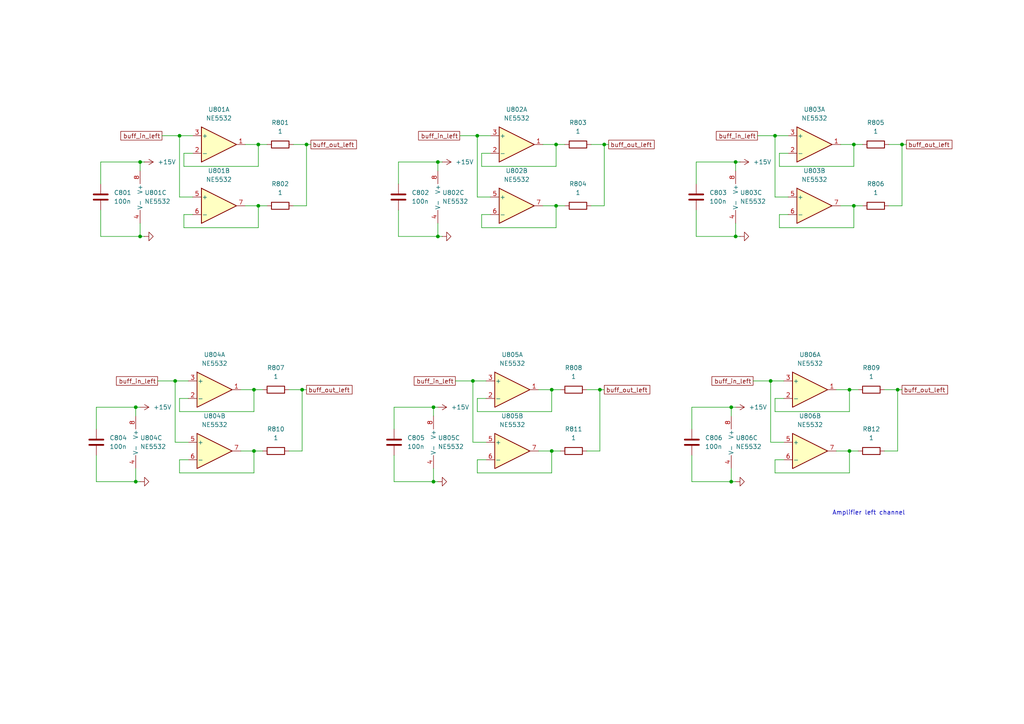
<source format=kicad_sch>
(kicad_sch (version 20250114) (generator "eeschema") (generator_version "9.0")
  (paper "A4")
  (title_block (title "Amplifier channel") (date "2025-08-16") (rev "0.1") (company "Carclox"))
  (lib_symbols
    (symbol "Amplifier_Operational:NE5532" (pin_names (offset 0.127))
      (property "Reference" "U" (at 0 5.08 0))
      (property "Value" "NE5532" (at 0 -5.08 0))
      (symbol "NE5532_1_1"
        (polyline (pts (xy -5.08 5.08) (xy 5.08 0) (xy -5.08 -5.08) (xy -5.08 5.08)) (stroke (width 0.254)) (fill (type background)))
        (pin input line (at -7.62 2.54 0) (length 2.54) (name "+") (number "3"))
        (pin input line (at -7.62 -2.54 0) (length 2.54) (name "-") (number "2"))
        (pin output line (at 7.62 0 180) (length 2.54) (name "~") (number "1"))
      )
      (symbol "NE5532_2_1"
        (polyline (pts (xy -5.08 5.08) (xy 5.08 0) (xy -5.08 -5.08) (xy -5.08 5.08)) (stroke (width 0.254)) (fill (type background)))
        (pin input line (at -7.62 2.54 0) (length 2.54) (name "+") (number "5"))
        (pin input line (at -7.62 -2.54 0) (length 2.54) (name "-") (number "6"))
        (pin output line (at 7.62 0 180) (length 2.54) (name "~") (number "7"))
      )
      (symbol "NE5532_3_1"
        (pin power_in line (at -2.54 7.62 270) (length 3.81) (name "V+") (number "8"))
        (pin power_in line (at -2.54 -7.62 90) (length 3.81) (name "V-") (number "4"))
      )
    )
    (symbol "Device:C" (pin_numbers (hide yes)) (pin_names (offset 0.254))
      (property "Reference" "C" (at 0.635 2.54 0))
      (property "Value" "C" (at 0.635 -2.54 0))
      (symbol "C_0_1"
        (polyline (pts (xy -2.032 0.762) (xy 2.032 0.762)) (stroke (width 0.508)))
        (polyline (pts (xy -2.032 -0.762) (xy 2.032 -0.762)) (stroke (width 0.508)))
      )
      (symbol "C_1_1"
        (pin passive line (at 0 3.81 270) (length 2.794) (name "~") (number "1"))
        (pin passive line (at 0 -3.81 90) (length 2.794) (name "~") (number "2"))
      )
    )
    (symbol "Device:R" (pin_numbers (hide yes)) (pin_names (offset 0))
      (property "Reference" "R" (at 2.032 0 90))
      (property "Value" "R" (at 0 0 90))
      (symbol "R_0_1"
        (rectangle (start -1.016 -2.54) (end 1.016 2.54) (stroke (width 0.254)))
      )
      (symbol "R_1_1"
        (pin passive line (at 0 3.81 270) (length 1.27) (name "~") (number "1"))
        (pin passive line (at 0 -3.81 90) (length 1.27) (name "~") (number "2"))
      )
    )
    (symbol "power:+15V" (power) (pin_numbers (hide yes)) (pin_names (offset 0) (hide yes))
      (property "Value" "+15V" (at 0 3.556 0))
      (symbol "+15V_0_1"
        (polyline (pts (xy -0.762 1.27) (xy 0 2.54)))
        (polyline (pts (xy 0 2.54) (xy 0.762 1.27)))
        (polyline (pts (xy 0 0) (xy 0 2.54)))
      )
      (symbol "+15V_1_1"
        (pin power_in line (at 0 0 90) (length 0) (name "~") (number "1"))
      )
    )
    (symbol "power:GND" (power) (pin_numbers (hide yes)) (pin_names (offset 0) (hide yes))
      (property "Value" "GND" (at 0 -3.81 0))
      (symbol "GND_0_1"
        (polyline (pts (xy 0 0) (xy 0 -1.27) (xy 1.27 -1.27) (xy 0 -2.54) (xy -1.27 -1.27) (xy 0 -1.27)))
      )
      (symbol "GND_1_1"
        (pin power_in line (at 0 0 270) (length 0) (name "~") (number "1"))
      )
    )
  )
  (text "Amplifier left channel" (at 251.968 148.844 0) (effects (font (size 1.27 1.27))))
  (junction (at 175.26 41.91))
  (junction (at 138.43 39.37))
  (junction (at 50.8 110.49))
  (junction (at 74.93 41.91))
  (junction (at 40.64 68.58))
  (junction (at 88.9 41.91))
  (junction (at 125.73 118.11))
  (junction (at 73.66 130.81))
  (junction (at 39.37 118.11))
  (junction (at 125.73 139.7))
  (junction (at 173.99 113.03))
  (junction (at 161.29 41.91))
  (junction (at 260.35 113.03))
  (junction (at 261.62 41.91))
  (junction (at 40.64 46.99))
  (junction (at 212.09 118.11))
  (junction (at 213.36 68.58))
  (junction (at 246.38 113.03))
  (junction (at 224.79 39.37))
  (junction (at 212.09 139.7))
  (junction (at 223.52 110.49))
  (junction (at 160.02 130.81))
  (junction (at 213.36 46.99))
  (junction (at 73.66 113.03))
  (junction (at 127 68.58))
  (junction (at 161.29 59.69))
  (junction (at 137.16 110.49))
  (junction (at 247.65 41.91))
  (junction (at 246.38 130.81))
  (junction (at 247.65 59.69))
  (junction (at 87.63 113.03))
  (junction (at 39.37 139.7))
  (junction (at 127 46.99))
  (junction (at 160.02 113.03))
  (junction (at 74.93 59.69))
  (junction (at 52.07 39.37))
  (wire (pts (xy 74.93 59.69) (xy 74.93 66.04)))
  (wire (pts (xy 53.34 44.45) (xy 53.34 48.26)))
  (wire (pts (xy 224.79 57.15) (xy 224.79 39.37)))
  (wire (pts (xy 175.26 59.69) (xy 175.26 41.91)))
  (wire (pts (xy 54.61 133.35) (xy 52.07 133.35)))
  (wire (pts (xy 125.73 135.89) (xy 125.73 139.7)))
  (wire (pts (xy 138.43 57.15) (xy 138.43 39.37)))
  (wire (pts (xy 50.8 110.49) (xy 54.61 110.49)))
  (wire (pts (xy 73.66 130.81) (xy 73.66 137.16)))
  (wire (pts (xy 40.64 49.53) (xy 40.64 46.99)))
  (wire (pts (xy 243.84 41.91) (xy 247.65 41.91)))
  (wire (pts (xy 52.07 137.16) (xy 73.66 137.16)))
  (wire (pts (xy 201.93 46.99) (xy 201.93 53.34)))
  (wire (pts (xy 83.82 130.81) (xy 87.63 130.81)))
  (wire (pts (xy 74.93 41.91) (xy 77.47 41.91)))
  (wire (pts (xy 212.09 139.7) (xy 200.66 139.7)))
  (wire (pts (xy 53.34 62.23) (xy 53.34 66.04)))
  (wire (pts (xy 173.99 130.81) (xy 173.99 113.03)))
  (wire (pts (xy 260.35 113.03) (xy 256.54 113.03)))
  (wire (pts (xy 55.88 62.23) (xy 53.34 62.23)))
  (wire (pts (xy 226.06 44.45) (xy 226.06 48.26)))
  (wire (pts (xy 125.73 120.65) (xy 125.73 118.11)))
  (wire (pts (xy 139.7 62.23) (xy 139.7 66.04)))
  (wire (pts (xy 156.21 130.81) (xy 160.02 130.81)))
  (wire (pts (xy 228.6 44.45) (xy 226.06 44.45)))
  (wire (pts (xy 138.43 39.37) (xy 142.24 39.37)))
  (wire (pts (xy 173.99 113.03) (xy 170.18 113.03)))
  (wire (pts (xy 40.64 68.58) (xy 41.91 68.58)))
  (wire (pts (xy 88.9 59.69) (xy 88.9 41.91)))
  (wire (pts (xy 227.33 133.35) (xy 224.79 133.35)))
  (wire (pts (xy 171.45 59.69) (xy 175.26 59.69)))
  (wire (pts (xy 139.7 48.26) (xy 161.29 48.26)))
  (wire (pts (xy 246.38 130.81) (xy 246.38 137.16)))
  (wire (pts (xy 200.66 139.7) (xy 200.66 132.08)))
  (wire (pts (xy 223.52 110.49) (xy 227.33 110.49)))
  (wire (pts (xy 69.85 113.03) (xy 73.66 113.03)))
  (wire (pts (xy 170.18 130.81) (xy 173.99 130.81)))
  (wire (pts (xy 39.37 120.65) (xy 39.37 118.11)))
  (wire (pts (xy 247.65 41.91) (xy 250.19 41.91)))
  (wire (pts (xy 137.16 110.49) (xy 140.97 110.49)))
  (wire (pts (xy 261.62 59.69) (xy 261.62 41.91)))
  (wire (pts (xy 29.21 68.58) (xy 29.21 60.96)))
  (wire (pts (xy 226.06 48.26) (xy 247.65 48.26)))
  (wire (pts (xy 246.38 113.03) (xy 248.92 113.03)))
  (wire (pts (xy 115.57 46.99) (xy 115.57 53.34)))
  (wire (pts (xy 50.8 128.27) (xy 50.8 110.49)))
  (wire (pts (xy 73.66 113.03) (xy 76.2 113.03)))
  (wire (pts (xy 40.64 46.99) (xy 41.91 46.99)))
  (wire (pts (xy 52.07 39.37) (xy 55.88 39.37)))
  (wire (pts (xy 226.06 66.04) (xy 247.65 66.04)))
  (wire (pts (xy 247.65 59.69) (xy 247.65 66.04)))
  (wire (pts (xy 260.35 130.81) (xy 260.35 113.03)))
  (wire (pts (xy 212.09 139.7) (xy 213.36 139.7)))
  (wire (pts (xy 40.64 64.77) (xy 40.64 68.58)))
  (wire (pts (xy 200.66 118.11) (xy 200.66 124.46)))
  (wire (pts (xy 224.79 119.38) (xy 246.38 119.38)))
  (wire (pts (xy 127 46.99) (xy 128.27 46.99)))
  (wire (pts (xy 247.65 41.91) (xy 247.65 48.26)))
  (wire (pts (xy 133.35 39.37) (xy 138.43 39.37)))
  (wire (pts (xy 161.29 59.69) (xy 163.83 59.69)))
  (wire (pts (xy 29.21 46.99) (xy 29.21 53.34)))
  (wire (pts (xy 213.36 46.99) (xy 214.63 46.99)))
  (wire (pts (xy 39.37 139.7) (xy 27.94 139.7)))
  (wire (pts (xy 138.43 115.57) (xy 138.43 119.38)))
  (wire (pts (xy 142.24 62.23) (xy 139.7 62.23)))
  (wire (pts (xy 53.34 48.26) (xy 74.93 48.26)))
  (wire (pts (xy 115.57 68.58) (xy 115.57 60.96)))
  (wire (pts (xy 161.29 41.91) (xy 161.29 48.26)))
  (wire (pts (xy 246.38 130.81) (xy 248.92 130.81)))
  (wire (pts (xy 257.81 59.69) (xy 261.62 59.69)))
  (wire (pts (xy 138.43 119.38) (xy 160.02 119.38)))
  (wire (pts (xy 71.12 41.91) (xy 74.93 41.91)))
  (wire (pts (xy 139.7 66.04) (xy 161.29 66.04)))
  (wire (pts (xy 157.48 41.91) (xy 161.29 41.91)))
  (wire (pts (xy 161.29 41.91) (xy 163.83 41.91)))
  (wire (pts (xy 212.09 120.65) (xy 212.09 118.11)))
  (wire (pts (xy 212.09 118.11) (xy 200.66 118.11)))
  (wire (pts (xy 256.54 130.81) (xy 260.35 130.81)))
  (wire (pts (xy 213.36 64.77) (xy 213.36 68.58)))
  (wire (pts (xy 218.44 110.49) (xy 223.52 110.49)))
  (wire (pts (xy 160.02 113.03) (xy 162.56 113.03)))
  (wire (pts (xy 212.09 118.11) (xy 213.36 118.11)))
  (wire (pts (xy 247.65 59.69) (xy 250.19 59.69)))
  (wire (pts (xy 243.84 59.69) (xy 247.65 59.69)))
  (wire (pts (xy 39.37 135.89) (xy 39.37 139.7)))
  (wire (pts (xy 85.09 59.69) (xy 88.9 59.69)))
  (wire (pts (xy 228.6 57.15) (xy 224.79 57.15)))
  (wire (pts (xy 223.52 128.27) (xy 223.52 110.49)))
  (wire (pts (xy 156.21 113.03) (xy 160.02 113.03)))
  (wire (pts (xy 52.07 133.35) (xy 52.07 137.16)))
  (wire (pts (xy 71.12 59.69) (xy 74.93 59.69)))
  (wire (pts (xy 127 68.58) (xy 128.27 68.58)))
  (wire (pts (xy 114.3 139.7) (xy 114.3 132.08)))
  (wire (pts (xy 45.72 110.49) (xy 50.8 110.49)))
  (wire (pts (xy 213.36 68.58) (xy 214.63 68.58)))
  (wire (pts (xy 53.34 66.04) (xy 74.93 66.04)))
  (wire (pts (xy 161.29 59.69) (xy 161.29 66.04)))
  (wire (pts (xy 160.02 130.81) (xy 160.02 137.16)))
  (wire (pts (xy 138.43 133.35) (xy 138.43 137.16)))
  (wire (pts (xy 88.9 41.91) (xy 90.17 41.91)))
  (wire (pts (xy 140.97 133.35) (xy 138.43 133.35)))
  (wire (pts (xy 140.97 128.27) (xy 137.16 128.27)))
  (wire (pts (xy 55.88 57.15) (xy 52.07 57.15)))
  (wire (pts (xy 52.07 57.15) (xy 52.07 39.37)))
  (wire (pts (xy 175.26 41.91) (xy 176.53 41.91)))
  (wire (pts (xy 74.93 41.91) (xy 74.93 48.26)))
  (wire (pts (xy 224.79 133.35) (xy 224.79 137.16)))
  (wire (pts (xy 54.61 128.27) (xy 50.8 128.27)))
  (wire (pts (xy 242.57 130.81) (xy 246.38 130.81)))
  (wire (pts (xy 142.24 57.15) (xy 138.43 57.15)))
  (wire (pts (xy 127 49.53) (xy 127 46.99)))
  (wire (pts (xy 73.66 130.81) (xy 76.2 130.81)))
  (wire (pts (xy 125.73 118.11) (xy 114.3 118.11)))
  (wire (pts (xy 160.02 130.81) (xy 162.56 130.81)))
  (wire (pts (xy 54.61 115.57) (xy 52.07 115.57)))
  (wire (pts (xy 242.57 113.03) (xy 246.38 113.03)))
  (wire (pts (xy 224.79 137.16) (xy 246.38 137.16)))
  (wire (pts (xy 224.79 115.57) (xy 224.79 119.38)))
  (wire (pts (xy 125.73 139.7) (xy 114.3 139.7)))
  (wire (pts (xy 114.3 118.11) (xy 114.3 124.46)))
  (wire (pts (xy 27.94 118.11) (xy 27.94 124.46)))
  (wire (pts (xy 140.97 115.57) (xy 138.43 115.57)))
  (wire (pts (xy 125.73 139.7) (xy 127 139.7)))
  (wire (pts (xy 261.62 41.91) (xy 257.81 41.91)))
  (wire (pts (xy 142.24 44.45) (xy 139.7 44.45)))
  (wire (pts (xy 87.63 113.03) (xy 88.9 113.03)))
  (wire (pts (xy 87.63 113.03) (xy 83.82 113.03)))
  (wire (pts (xy 260.35 113.03) (xy 261.62 113.03)))
  (wire (pts (xy 261.62 41.91) (xy 262.89 41.91)))
  (wire (pts (xy 226.06 62.23) (xy 226.06 66.04)))
  (wire (pts (xy 224.79 39.37) (xy 228.6 39.37)))
  (wire (pts (xy 52.07 115.57) (xy 52.07 119.38)))
  (wire (pts (xy 46.99 39.37) (xy 52.07 39.37)))
  (wire (pts (xy 213.36 46.99) (xy 201.93 46.99)))
  (wire (pts (xy 39.37 139.7) (xy 40.64 139.7)))
  (wire (pts (xy 213.36 49.53) (xy 213.36 46.99)))
  (wire (pts (xy 213.36 68.58) (xy 201.93 68.58)))
  (wire (pts (xy 55.88 44.45) (xy 53.34 44.45)))
  (wire (pts (xy 69.85 130.81) (xy 73.66 130.81)))
  (wire (pts (xy 40.64 68.58) (xy 29.21 68.58)))
  (wire (pts (xy 127 68.58) (xy 115.57 68.58)))
  (wire (pts (xy 39.37 118.11) (xy 40.64 118.11)))
  (wire (pts (xy 173.99 113.03) (xy 175.26 113.03)))
  (wire (pts (xy 39.37 118.11) (xy 27.94 118.11)))
  (wire (pts (xy 127 46.99) (xy 115.57 46.99)))
  (wire (pts (xy 246.38 113.03) (xy 246.38 119.38)))
  (wire (pts (xy 132.08 110.49) (xy 137.16 110.49)))
  (wire (pts (xy 160.02 113.03) (xy 160.02 119.38)))
  (wire (pts (xy 137.16 128.27) (xy 137.16 110.49)))
  (wire (pts (xy 125.73 118.11) (xy 127 118.11)))
  (wire (pts (xy 138.43 137.16) (xy 160.02 137.16)))
  (wire (pts (xy 175.26 41.91) (xy 171.45 41.91)))
  (wire (pts (xy 87.63 130.81) (xy 87.63 113.03)))
  (wire (pts (xy 228.6 62.23) (xy 226.06 62.23)))
  (wire (pts (xy 74.93 59.69) (xy 77.47 59.69)))
  (wire (pts (xy 27.94 139.7) (xy 27.94 132.08)))
  (wire (pts (xy 201.93 68.58) (xy 201.93 60.96)))
  (wire (pts (xy 52.07 119.38) (xy 73.66 119.38)))
  (wire (pts (xy 127 64.77) (xy 127 68.58)))
  (wire (pts (xy 88.9 41.91) (xy 85.09 41.91)))
  (wire (pts (xy 227.33 128.27) (xy 223.52 128.27)))
  (wire (pts (xy 212.09 135.89) (xy 212.09 139.7)))
  (wire (pts (xy 73.66 113.03) (xy 73.66 119.38)))
  (wire (pts (xy 139.7 44.45) (xy 139.7 48.26)))
  (wire (pts (xy 227.33 115.57) (xy 224.79 115.57)))
  (wire (pts (xy 219.71 39.37) (xy 224.79 39.37)))
  (wire (pts (xy 40.64 46.99) (xy 29.21 46.99)))
  (wire (pts (xy 157.48 59.69) (xy 161.29 59.69)))
  (global_label "buff_in_left" (shape passive) (at 219.71 39.37 180) (property "Intersheetrefs" "${INTERSHEET_REFS}" (effects (hide yes))))
  (global_label "buff_out_left" (shape passive) (at 261.62 113.03 0) (property "Intersheetrefs" "${INTERSHEET_REFS}" (effects (hide yes))))
  (global_label "buff_out_left" (shape passive) (at 175.26 113.03 0) (property "Intersheetrefs" "${INTERSHEET_REFS}" (effects (hide yes))))
  (global_label "buff_out_left" (shape passive) (at 262.89 41.91 0) (property "Intersheetrefs" "${INTERSHEET_REFS}" (effects (hide yes))))
  (global_label "buff_in_left" (shape passive) (at 133.35 39.37 180) (property "Intersheetrefs" "${INTERSHEET_REFS}" (effects (hide yes))))
  (global_label "buff_in_left" (shape passive) (at 46.99 39.37 180) (property "Intersheetrefs" "${INTERSHEET_REFS}" (effects (hide yes))))
  (global_label "buff_out_left" (shape passive) (at 90.17 41.91 0) (property "Intersheetrefs" "${INTERSHEET_REFS}" (effects (hide yes))))
  (global_label "buff_in_left" (shape passive) (at 218.44 110.49 180) (property "Intersheetrefs" "${INTERSHEET_REFS}" (effects (hide yes))))
  (global_label "buff_in_left" (shape passive) (at 132.08 110.49 180) (property "Intersheetrefs" "${INTERSHEET_REFS}" (effects (hide yes))))
  (global_label "buff_out_left" (shape passive) (at 88.9 113.03 0) (property "Intersheetrefs" "${INTERSHEET_REFS}" (effects (hide yes))))
  (global_label "buff_in_left" (shape passive) (at 45.72 110.49 180) (property "Intersheetrefs" "${INTERSHEET_REFS}" (effects (hide yes))))
  (global_label "buff_out_left" (shape passive) (at 176.53 41.91 0) (property "Intersheetrefs" "${INTERSHEET_REFS}" (effects (hide yes))))
  (symbol (lib_id "power:GND") (at 214.63 68.58 90) (unit 1)
    (property "Reference" "#PWR0806" (effects (hide yes)))
    (property "Value" "GND" (effects (hide yes)))
    (property "Description" "Power symbol creates a global label with name \"GND\" , ground" (effects (hide yes)))
  )
  (symbol (lib_id "Device:R") (at 254 41.91 90) (unit 1)
    (property "Reference" "R805" (at 254 35.56 90))
    (property "Value" "1" (at 254 38.1 90))
    (property "Footprint" "Resistor_SMD:R_0805_2012Metric" (effects (hide yes)))
    (property "Description" "Resistor" (effects (hide yes)))
  )
  (symbol (lib_id "Device:R") (at 167.64 41.91 90) (unit 1)
    (property "Reference" "R803" (at 167.64 35.56 90))
    (property "Value" "1" (at 167.64 38.1 90))
    (property "Footprint" "Resistor_SMD:R_0805_2012Metric" (effects (hide yes)))
    (property "Description" "Resistor" (effects (hide yes)))
  )
  (symbol (lib_id "Amplifier_Operational:NE5532") (at 129.54 57.15 0) (unit 3)
    (property "Reference" "U802" (at 128.27 55.8799 0) (effects (justify left)))
    (property "Value" "NE5532" (at 128.27 58.4199 0) (effects (justify left)))
    (property "Footprint" "Package_SO:SOIC-8_3.9x4.9mm_P1.27mm" (effects (hide yes)))
    (property "Datasheet" "http://www.ti.com/lit/ds/symlink/ne5532.pdf" (effects (hide yes)))
    (property "Description" "Dual Low-Noise Operational Amplifiers, DIP-8/SOIC-8" (effects (hide yes)))
  )
  (symbol (lib_id "power:+15V") (at 40.64 118.11 270) (unit 1)
    (property "Reference" "#PWR0807" (effects (hide yes)))
    (property "Value" "+15V" (at 44.45 118.1099 90) (effects (justify left)))
    (property "Description" "Power symbol creates a global label with name \"+15V\"" (effects (hide yes)))
  )
  (symbol (lib_id "Device:R") (at 167.64 59.69 90) (unit 1)
    (property "Reference" "R804" (at 167.64 53.34 90))
    (property "Value" "1" (at 167.64 55.88 90))
    (property "Footprint" "Resistor_SMD:R_0805_2012Metric" (effects (hide yes)))
    (property "Description" "Resistor" (effects (hide yes)))
  )
  (symbol (lib_id "Amplifier_Operational:NE5532") (at 234.95 130.81 0) (unit 2)
    (property "Reference" "U806" (at 234.95 120.65 0))
    (property "Value" "NE5532" (at 234.95 123.19 0))
    (property "Footprint" "Package_SO:SOIC-8_3.9x4.9mm_P1.27mm" (effects (hide yes)))
    (property "Datasheet" "http://www.ti.com/lit/ds/symlink/ne5532.pdf" (effects (hide yes)))
    (property "Description" "Dual Low-Noise Operational Amplifiers, DIP-8/SOIC-8" (effects (hide yes)))
  )
  (symbol (lib_id "Amplifier_Operational:NE5532") (at 148.59 130.81 0) (unit 2)
    (property "Reference" "U805" (at 148.59 120.65 0))
    (property "Value" "NE5532" (at 148.59 123.19 0))
    (property "Footprint" "Package_SO:SOIC-8_3.9x4.9mm_P1.27mm" (effects (hide yes)))
    (property "Datasheet" "http://www.ti.com/lit/ds/symlink/ne5532.pdf" (effects (hide yes)))
    (property "Description" "Dual Low-Noise Operational Amplifiers, DIP-8/SOIC-8" (effects (hide yes)))
  )
  (symbol (lib_id "Device:R") (at 252.73 130.81 90) (unit 1)
    (property "Reference" "R812" (at 252.73 124.46 90))
    (property "Value" "1" (at 252.73 127 90))
    (property "Footprint" "Resistor_SMD:R_0805_2012Metric" (effects (hide yes)))
    (property "Description" "Resistor" (effects (hide yes)))
  )
  (symbol (lib_id "Amplifier_Operational:NE5532") (at 214.63 128.27 0) (unit 3)
    (property "Reference" "U806" (at 213.36 126.9999 0) (effects (justify left)))
    (property "Value" "NE5532" (at 213.36 129.5399 0) (effects (justify left)))
    (property "Footprint" "Package_SO:SOIC-8_3.9x4.9mm_P1.27mm" (effects (hide yes)))
    (property "Datasheet" "http://www.ti.com/lit/ds/symlink/ne5532.pdf" (effects (hide yes)))
    (property "Description" "Dual Low-Noise Operational Amplifiers, DIP-8/SOIC-8" (effects (hide yes)))
  )
  (symbol (lib_id "Amplifier_Operational:NE5532") (at 43.18 57.15 0) (unit 3)
    (property "Reference" "U801" (at 41.91 55.8799 0) (effects (justify left)))
    (property "Value" "NE5532" (at 41.91 58.4199 0) (effects (justify left)))
    (property "Footprint" "Package_SO:SOIC-8_3.9x4.9mm_P1.27mm" (effects (hide yes)))
    (property "Datasheet" "http://www.ti.com/lit/ds/symlink/ne5532.pdf" (effects (hide yes)))
    (property "Description" "Dual Low-Noise Operational Amplifiers, DIP-8/SOIC-8" (effects (hide yes)))
  )
  (symbol (lib_id "Device:C") (at 29.21 57.15 0) (unit 1)
    (property "Reference" "C801" (at 33.02 55.8799 0) (effects (justify left)))
    (property "Value" "100n" (at 33.02 58.4199 0) (effects (justify left)))
    (property "Footprint" "Capacitor_SMD:C_0805_2012Metric" (effects (hide yes)))
    (property "Description" "Unpolarized capacitor" (effects (hide yes)))
  )
  (symbol (lib_id "Amplifier_Operational:NE5532") (at 63.5 59.69 0) (unit 2)
    (property "Reference" "U801" (at 63.5 49.53 0))
    (property "Value" "NE5532" (at 63.5 52.07 0))
    (property "Footprint" "Package_SO:SOIC-8_3.9x4.9mm_P1.27mm" (effects (hide yes)))
    (property "Datasheet" "http://www.ti.com/lit/ds/symlink/ne5532.pdf" (effects (hide yes)))
    (property "Description" "Dual Low-Noise Operational Amplifiers, DIP-8/SOIC-8" (effects (hide yes)))
  )
  (symbol (lib_id "Device:C") (at 114.3 128.27 0) (unit 1)
    (property "Reference" "C805" (at 118.11 126.9999 0) (effects (justify left)))
    (property "Value" "100n" (at 118.11 129.5399 0) (effects (justify left)))
    (property "Footprint" "Capacitor_SMD:C_0805_2012Metric" (effects (hide yes)))
    (property "Description" "Unpolarized capacitor" (effects (hide yes)))
  )
  (symbol (lib_id "Device:C") (at 27.94 128.27 0) (unit 1)
    (property "Reference" "C804" (at 31.75 126.9999 0) (effects (justify left)))
    (property "Value" "100n" (at 31.75 129.5399 0) (effects (justify left)))
    (property "Footprint" "Capacitor_SMD:C_0805_2012Metric" (effects (hide yes)))
    (property "Description" "Unpolarized capacitor" (effects (hide yes)))
  )
  (symbol (lib_id "Device:R") (at 81.28 59.69 90) (unit 1)
    (property "Reference" "R802" (at 81.28 53.34 90))
    (property "Value" "1" (at 81.28 55.88 90))
    (property "Footprint" "Resistor_SMD:R_0805_2012Metric" (effects (hide yes)))
    (property "Description" "Resistor" (effects (hide yes)))
  )
  (symbol (lib_id "power:+15V") (at 213.36 118.11 270) (unit 1)
    (property "Reference" "#PWR0809" (effects (hide yes)))
    (property "Value" "+15V" (at 217.17 118.1099 90) (effects (justify left)))
    (property "Description" "Power symbol creates a global label with name \"+15V\"" (effects (hide yes)))
  )
  (symbol (lib_id "Device:R") (at 80.01 130.81 90) (unit 1)
    (property "Reference" "R810" (at 80.01 124.46 90))
    (property "Value" "1" (at 80.01 127 90))
    (property "Footprint" "Resistor_SMD:R_0805_2012Metric" (effects (hide yes)))
    (property "Description" "Resistor" (effects (hide yes)))
  )
  (symbol (lib_id "Amplifier_Operational:NE5532") (at 62.23 113.03 0) (unit 1)
    (property "Reference" "U804" (at 62.23 102.87 0))
    (property "Value" "NE5532" (at 62.23 105.41 0))
    (property "Footprint" "Package_SO:SOIC-8_3.9x4.9mm_P1.27mm" (effects (hide yes)))
    (property "Datasheet" "http://www.ti.com/lit/ds/symlink/ne5532.pdf" (effects (hide yes)))
    (property "Description" "Dual Low-Noise Operational Amplifiers, DIP-8/SOIC-8" (effects (hide yes)))
  )
  (symbol (lib_id "Amplifier_Operational:NE5532") (at 236.22 59.69 0) (unit 2)
    (property "Reference" "U803" (at 236.22 49.53 0))
    (property "Value" "NE5532" (at 236.22 52.07 0))
    (property "Footprint" "Package_SO:SOIC-8_3.9x4.9mm_P1.27mm" (effects (hide yes)))
    (property "Datasheet" "http://www.ti.com/lit/ds/symlink/ne5532.pdf" (effects (hide yes)))
    (property "Description" "Dual Low-Noise Operational Amplifiers, DIP-8/SOIC-8" (effects (hide yes)))
  )
  (symbol (lib_id "Device:C") (at 115.57 57.15 0) (unit 1)
    (property "Reference" "C802" (at 119.38 55.8799 0) (effects (justify left)))
    (property "Value" "100n" (at 119.38 58.4199 0) (effects (justify left)))
    (property "Footprint" "Capacitor_SMD:C_0805_2012Metric" (effects (hide yes)))
    (property "Description" "Unpolarized capacitor" (effects (hide yes)))
  )
  (symbol (lib_id "power:GND") (at 127 139.7 90) (unit 1)
    (property "Reference" "#PWR0811" (effects (hide yes)))
    (property "Value" "GND" (effects (hide yes)))
    (property "Description" "Power symbol creates a global label with name \"GND\" , ground" (effects (hide yes)))
  )
  (symbol (lib_id "power:+15V") (at 128.27 46.99 270) (unit 1)
    (property "Reference" "#PWR0803" (effects (hide yes)))
    (property "Value" "+15V" (at 132.08 46.9899 90) (effects (justify left)))
    (property "Description" "Power symbol creates a global label with name \"+15V\"" (effects (hide yes)))
  )
  (symbol (lib_id "power:+15V") (at 41.91 46.99 270) (unit 1)
    (property "Reference" "#PWR0801" (effects (hide yes)))
    (property "Value" "+15V" (at 45.72 46.9899 90) (effects (justify left)))
    (property "Description" "Power symbol creates a global label with name \"+15V\"" (effects (hide yes)))
  )
  (symbol (lib_id "Device:R") (at 254 59.69 90) (unit 1)
    (property "Reference" "R806" (at 254 53.34 90))
    (property "Value" "1" (at 254 55.88 90))
    (property "Footprint" "Resistor_SMD:R_0805_2012Metric" (effects (hide yes)))
    (property "Description" "Resistor" (effects (hide yes)))
  )
  (symbol (lib_id "Amplifier_Operational:NE5532") (at 41.91 128.27 0) (unit 3)
    (property "Reference" "U804" (at 40.64 126.9999 0) (effects (justify left)))
    (property "Value" "NE5532" (at 40.64 129.5399 0) (effects (justify left)))
    (property "Footprint" "Package_SO:SOIC-8_3.9x4.9mm_P1.27mm" (effects (hide yes)))
    (property "Datasheet" "http://www.ti.com/lit/ds/symlink/ne5532.pdf" (effects (hide yes)))
    (property "Description" "Dual Low-Noise Operational Amplifiers, DIP-8/SOIC-8" (effects (hide yes)))
  )
  (symbol (lib_id "Amplifier_Operational:NE5532") (at 128.27 128.27 0) (unit 3)
    (property "Reference" "U805" (at 127 126.9999 0) (effects (justify left)))
    (property "Value" "NE5532" (at 127 129.5399 0) (effects (justify left)))
    (property "Footprint" "Package_SO:SOIC-8_3.9x4.9mm_P1.27mm" (effects (hide yes)))
    (property "Datasheet" "http://www.ti.com/lit/ds/symlink/ne5532.pdf" (effects (hide yes)))
    (property "Description" "Dual Low-Noise Operational Amplifiers, DIP-8/SOIC-8" (effects (hide yes)))
  )
  (symbol (lib_id "power:GND") (at 213.36 139.7 90) (unit 1)
    (property "Reference" "#PWR0812" (effects (hide yes)))
    (property "Value" "GND" (effects (hide yes)))
    (property "Description" "Power symbol creates a global label with name \"GND\" , ground" (effects (hide yes)))
  )
  (symbol (lib_id "Device:R") (at 252.73 113.03 90) (unit 1)
    (property "Reference" "R809" (at 252.73 106.68 90))
    (property "Value" "1" (at 252.73 109.22 90))
    (property "Footprint" "Resistor_SMD:R_0805_2012Metric" (effects (hide yes)))
    (property "Description" "Resistor" (effects (hide yes)))
  )
  (symbol (lib_id "Amplifier_Operational:NE5532") (at 63.5 41.91 0) (unit 1)
    (property "Reference" "U801" (at 63.5 31.75 0))
    (property "Value" "NE5532" (at 63.5 34.29 0))
    (property "Footprint" "Package_SO:SOIC-8_3.9x4.9mm_P1.27mm" (effects (hide yes)))
    (property "Datasheet" "http://www.ti.com/lit/ds/symlink/ne5532.pdf" (effects (hide yes)))
    (property "Description" "Dual Low-Noise Operational Amplifiers, DIP-8/SOIC-8" (effects (hide yes)))
  )
  (symbol (lib_id "Device:R") (at 166.37 113.03 90) (unit 1)
    (property "Reference" "R808" (at 166.37 106.68 90))
    (property "Value" "1" (at 166.37 109.22 90))
    (property "Footprint" "Resistor_SMD:R_0805_2012Metric" (effects (hide yes)))
    (property "Description" "Resistor" (effects (hide yes)))
  )
  (symbol (lib_id "Device:C") (at 201.93 57.15 0) (unit 1)
    (property "Reference" "C803" (at 205.74 55.8799 0) (effects (justify left)))
    (property "Value" "100n" (at 205.74 58.4199 0) (effects (justify left)))
    (property "Footprint" "Capacitor_SMD:C_0805_2012Metric" (effects (hide yes)))
    (property "Description" "Unpolarized capacitor" (effects (hide yes)))
  )
  (symbol (lib_id "Amplifier_Operational:NE5532") (at 148.59 113.03 0) (unit 1)
    (property "Reference" "U805" (at 148.59 102.87 0))
    (property "Value" "NE5532" (at 148.59 105.41 0))
    (property "Footprint" "Package_SO:SOIC-8_3.9x4.9mm_P1.27mm" (effects (hide yes)))
    (property "Datasheet" "http://www.ti.com/lit/ds/symlink/ne5532.pdf" (effects (hide yes)))
    (property "Description" "Dual Low-Noise Operational Amplifiers, DIP-8/SOIC-8" (effects (hide yes)))
  )
  (symbol (lib_id "Device:R") (at 81.28 41.91 90) (unit 1)
    (property "Reference" "R801" (at 81.28 35.56 90))
    (property "Value" "1" (at 81.28 38.1 90))
    (property "Footprint" "Resistor_SMD:R_0805_2012Metric" (effects (hide yes)))
    (property "Description" "Resistor" (effects (hide yes)))
  )
  (symbol (lib_id "power:+15V") (at 127 118.11 270) (unit 1)
    (property "Reference" "#PWR0808" (effects (hide yes)))
    (property "Value" "+15V" (at 130.81 118.1099 90) (effects (justify left)))
    (property "Description" "Power symbol creates a global label with name \"+15V\"" (effects (hide yes)))
  )
  (symbol (lib_id "Amplifier_Operational:NE5532") (at 236.22 41.91 0) (unit 1)
    (property "Reference" "U803" (at 236.22 31.75 0))
    (property "Value" "NE5532" (at 236.22 34.29 0))
    (property "Footprint" "Package_SO:SOIC-8_3.9x4.9mm_P1.27mm" (effects (hide yes)))
    (property "Datasheet" "http://www.ti.com/lit/ds/symlink/ne5532.pdf" (effects (hide yes)))
    (property "Description" "Dual Low-Noise Operational Amplifiers, DIP-8/SOIC-8" (effects (hide yes)))
  )
  (symbol (lib_id "power:GND") (at 41.91 68.58 90) (unit 1)
    (property "Reference" "#PWR0802" (effects (hide yes)))
    (property "Value" "GND" (effects (hide yes)))
    (property "Description" "Power symbol creates a global label with name \"GND\" , ground" (effects (hide yes)))
  )
  (symbol (lib_id "Amplifier_Operational:NE5532") (at 149.86 41.91 0) (unit 1)
    (property "Reference" "U802" (at 149.86 31.75 0))
    (property "Value" "NE5532" (at 149.86 34.29 0))
    (property "Footprint" "Package_SO:SOIC-8_3.9x4.9mm_P1.27mm" (effects (hide yes)))
    (property "Datasheet" "http://www.ti.com/lit/ds/symlink/ne5532.pdf" (effects (hide yes)))
    (property "Description" "Dual Low-Noise Operational Amplifiers, DIP-8/SOIC-8" (effects (hide yes)))
  )
  (symbol (lib_id "Device:R") (at 80.01 113.03 90) (unit 1)
    (property "Reference" "R807" (at 80.01 106.68 90))
    (property "Value" "1" (at 80.01 109.22 90))
    (property "Footprint" "Resistor_SMD:R_0805_2012Metric" (effects (hide yes)))
    (property "Description" "Resistor" (effects (hide yes)))
  )
  (symbol (lib_id "Amplifier_Operational:NE5532") (at 215.9 57.15 0) (unit 3)
    (property "Reference" "U803" (at 214.63 55.8799 0) (effects (justify left)))
    (property "Value" "NE5532" (at 214.63 58.4199 0) (effects (justify left)))
    (property "Footprint" "Package_SO:SOIC-8_3.9x4.9mm_P1.27mm" (effects (hide yes)))
    (property "Datasheet" "http://www.ti.com/lit/ds/symlink/ne5532.pdf" (effects (hide yes)))
    (property "Description" "Dual Low-Noise Operational Amplifiers, DIP-8/SOIC-8" (effects (hide yes)))
  )
  (symbol (lib_id "Device:R") (at 166.37 130.81 90) (unit 1)
    (property "Reference" "R811" (at 166.37 124.46 90))
    (property "Value" "1" (at 166.37 127 90))
    (property "Footprint" "Resistor_SMD:R_0805_2012Metric" (effects (hide yes)))
    (property "Description" "Resistor" (effects (hide yes)))
  )
  (symbol (lib_id "Amplifier_Operational:NE5532") (at 149.86 59.69 0) (unit 2)
    (property "Reference" "U802" (at 149.86 49.53 0))
    (property "Value" "NE5532" (at 149.86 52.07 0))
    (property "Footprint" "Package_SO:SOIC-8_3.9x4.9mm_P1.27mm" (effects (hide yes)))
    (property "Datasheet" "http://www.ti.com/lit/ds/symlink/ne5532.pdf" (effects (hide yes)))
    (property "Description" "Dual Low-Noise Operational Amplifiers, DIP-8/SOIC-8" (effects (hide yes)))
  )
  (symbol (lib_id "power:GND") (at 40.64 139.7 90) (unit 1)
    (property "Reference" "#PWR0810" (effects (hide yes)))
    (property "Value" "GND" (effects (hide yes)))
    (property "Description" "Power symbol creates a global label with name \"GND\" , ground" (effects (hide yes)))
  )
  (symbol (lib_id "Amplifier_Operational:NE5532") (at 62.23 130.81 0) (unit 2)
    (property "Reference" "U804" (at 62.23 120.65 0))
    (property "Value" "NE5532" (at 62.23 123.19 0))
    (property "Footprint" "Package_SO:SOIC-8_3.9x4.9mm_P1.27mm" (effects (hide yes)))
    (property "Datasheet" "http://www.ti.com/lit/ds/symlink/ne5532.pdf" (effects (hide yes)))
    (property "Description" "Dual Low-Noise Operational Amplifiers, DIP-8/SOIC-8" (effects (hide yes)))
  )
  (symbol (lib_id "Amplifier_Operational:NE5532") (at 234.95 113.03 0) (unit 1)
    (property "Reference" "U806" (at 234.95 102.87 0))
    (property "Value" "NE5532" (at 234.95 105.41 0))
    (property "Footprint" "Package_SO:SOIC-8_3.9x4.9mm_P1.27mm" (effects (hide yes)))
    (property "Datasheet" "http://www.ti.com/lit/ds/symlink/ne5532.pdf" (effects (hide yes)))
    (property "Description" "Dual Low-Noise Operational Amplifiers, DIP-8/SOIC-8" (effects (hide yes)))
  )
  (symbol (lib_id "power:+15V") (at 214.63 46.99 270) (unit 1)
    (property "Reference" "#PWR0805" (effects (hide yes)))
    (property "Value" "+15V" (at 218.44 46.9899 90) (effects (justify left)))
    (property "Description" "Power symbol creates a global label with name \"+15V\"" (effects (hide yes)))
  )
  (symbol (lib_id "power:GND") (at 128.27 68.58 90) (unit 1)
    (property "Reference" "#PWR0804" (effects (hide yes)))
    (property "Value" "GND" (effects (hide yes)))
    (property "Description" "Power symbol creates a global label with name \"GND\" , ground" (effects (hide yes)))
  )
  (symbol (lib_id "Device:C") (at 200.66 128.27 0) (unit 1)
    (property "Reference" "C806" (at 204.47 126.9999 0) (effects (justify left)))
    (property "Value" "100n" (at 204.47 129.5399 0) (effects (justify left)))
    (property "Footprint" "Capacitor_SMD:C_0805_2012Metric" (effects (hide yes)))
    (property "Description" "Unpolarized capacitor" (effects (hide yes)))
  )
)
</source>
